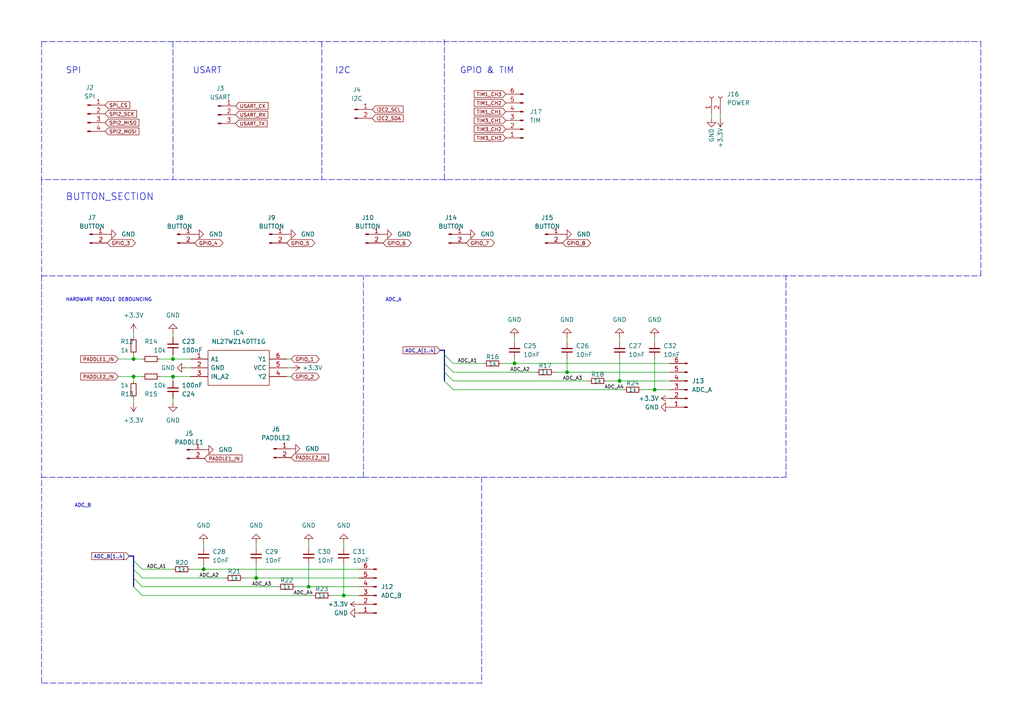
<source format=kicad_sch>
(kicad_sch (version 20211123) (generator eeschema)
  (paper "A4")
  (lib_symbols
    (symbol "Connector:Conn_01x02_Female" (pin_names (offset 1.016) hide)
      (property "Reference" "J" (at 0 2.54 0))
      (property "Value" "Conn_01x02_Female" (at 0 -5.08 0))
      (symbol "Conn_01x02_Female_1_1"
        (arc (start 0 -2.032) (mid -0.508 -2.54) (end 0 -3.048) (stroke (width 0.1524)))
        (polyline (pts (xy -1.27 -2.54) (xy -0.508 -2.54)) (stroke (width 0.1524)))
        (polyline (pts (xy -1.27 0) (xy -0.508 0)) (stroke (width 0.1524)))
        (arc (start 0 0.508) (mid -0.508 0) (end 0 -0.508) (stroke (width 0.1524)))
        (pin passive line (at -5.08 0 0) (length 3.81) (name "Pin_1") (number "1"))
        (pin passive line (at -5.08 -2.54 0) (length 3.81) (name "Pin_2") (number "2"))
      )
    )
    (symbol "Connector:Conn_01x02_Male" (pin_names (offset 1.016) hide)
      (property "Reference" "J" (at 0 2.54 0))
      (property "Value" "Conn_01x02_Male" (at 0 -5.08 0))
      (symbol "Conn_01x02_Male_1_1"
        (polyline (pts (xy 1.27 -2.54) (xy 0.8636 -2.54)) (stroke (width 0.1524)))
        (polyline (pts (xy 1.27 0) (xy 0.8636 0)) (stroke (width 0.1524)))
        (rectangle (start 0.8636 -2.413) (end 0 -2.667) (stroke (width 0.1524)) (fill (type outline)))
        (rectangle (start 0.8636 0.127) (end 0 -0.127) (stroke (width 0.1524)) (fill (type outline)))
        (pin passive line (at 5.08 0 180) (length 3.81) (name "Pin_1") (number "1"))
        (pin passive line (at 5.08 -2.54 180) (length 3.81) (name "Pin_2") (number "2"))
      )
    )
    (symbol "Connector:Conn_01x03_Male" (pin_names (offset 1.016) hide)
      (property "Reference" "J" (at 0 5.08 0))
      (property "Value" "Conn_01x03_Male" (at 0 -5.08 0))
      (symbol "Conn_01x03_Male_1_1"
        (polyline (pts (xy 1.27 -2.54) (xy 0.8636 -2.54)) (stroke (width 0.1524)))
        (polyline (pts (xy 1.27 0) (xy 0.8636 0)) (stroke (width 0.1524)))
        (polyline (pts (xy 1.27 2.54) (xy 0.8636 2.54)) (stroke (width 0.1524)))
        (rectangle (start 0.8636 -2.413) (end 0 -2.667) (stroke (width 0.1524)) (fill (type outline)))
        (rectangle (start 0.8636 0.127) (end 0 -0.127) (stroke (width 0.1524)) (fill (type outline)))
        (rectangle (start 0.8636 2.667) (end 0 2.413) (stroke (width 0.1524)) (fill (type outline)))
        (pin passive line (at 5.08 2.54 180) (length 3.81) (name "Pin_1") (number "1"))
        (pin passive line (at 5.08 0 180) (length 3.81) (name "Pin_2") (number "2"))
        (pin passive line (at 5.08 -2.54 180) (length 3.81) (name "Pin_3") (number "3"))
      )
    )
    (symbol "Connector:Conn_01x04_Male" (pin_names (offset 1.016) hide)
      (property "Reference" "J" (at 0 5.08 0))
      (property "Value" "Conn_01x04_Male" (at 0 -7.62 0))
      (symbol "Conn_01x04_Male_1_1"
        (polyline (pts (xy 1.27 -5.08) (xy 0.8636 -5.08)) (stroke (width 0.1524)))
        (polyline (pts (xy 1.27 -2.54) (xy 0.8636 -2.54)) (stroke (width 0.1524)))
        (polyline (pts (xy 1.27 0) (xy 0.8636 0)) (stroke (width 0.1524)))
        (polyline (pts (xy 1.27 2.54) (xy 0.8636 2.54)) (stroke (width 0.1524)))
        (rectangle (start 0.8636 -4.953) (end 0 -5.207) (stroke (width 0.1524)) (fill (type outline)))
        (rectangle (start 0.8636 -2.413) (end 0 -2.667) (stroke (width 0.1524)) (fill (type outline)))
        (rectangle (start 0.8636 0.127) (end 0 -0.127) (stroke (width 0.1524)) (fill (type outline)))
        (rectangle (start 0.8636 2.667) (end 0 2.413) (stroke (width 0.1524)) (fill (type outline)))
        (pin passive line (at 5.08 2.54 180) (length 3.81) (name "Pin_1") (number "1"))
        (pin passive line (at 5.08 0 180) (length 3.81) (name "Pin_2") (number "2"))
        (pin passive line (at 5.08 -2.54 180) (length 3.81) (name "Pin_3") (number "3"))
        (pin passive line (at 5.08 -5.08 180) (length 3.81) (name "Pin_4") (number "4"))
      )
    )
    (symbol "Connector:Conn_01x06_Male" (pin_names (offset 1.016) hide)
      (property "Reference" "J" (at 0 7.62 0))
      (property "Value" "Conn_01x06_Male" (at 0 -10.16 0))
      (symbol "Conn_01x06_Male_1_1"
        (polyline (pts (xy 1.27 -7.62) (xy 0.8636 -7.62)) (stroke (width 0.1524)))
        (polyline (pts (xy 1.27 -5.08) (xy 0.8636 -5.08)) (stroke (width 0.1524)))
        (polyline (pts (xy 1.27 -2.54) (xy 0.8636 -2.54)) (stroke (width 0.1524)))
        (polyline (pts (xy 1.27 0) (xy 0.8636 0)) (stroke (width 0.1524)))
        (polyline (pts (xy 1.27 2.54) (xy 0.8636 2.54)) (stroke (width 0.1524)))
        (polyline (pts (xy 1.27 5.08) (xy 0.8636 5.08)) (stroke (width 0.1524)))
        (rectangle (start 0.8636 -7.493) (end 0 -7.747) (stroke (width 0.1524)) (fill (type outline)))
        (rectangle (start 0.8636 -4.953) (end 0 -5.207) (stroke (width 0.1524)) (fill (type outline)))
        (rectangle (start 0.8636 -2.413) (end 0 -2.667) (stroke (width 0.1524)) (fill (type outline)))
        (rectangle (start 0.8636 0.127) (end 0 -0.127) (stroke (width 0.1524)) (fill (type outline)))
        (rectangle (start 0.8636 2.667) (end 0 2.413) (stroke (width 0.1524)) (fill (type outline)))
        (rectangle (start 0.8636 5.207) (end 0 4.953) (stroke (width 0.1524)) (fill (type outline)))
        (pin passive line (at 5.08 5.08 180) (length 3.81) (name "Pin_1") (number "1"))
        (pin passive line (at 5.08 2.54 180) (length 3.81) (name "Pin_2") (number "2"))
        (pin passive line (at 5.08 0 180) (length 3.81) (name "Pin_3") (number "3"))
        (pin passive line (at 5.08 -2.54 180) (length 3.81) (name "Pin_4") (number "4"))
        (pin passive line (at 5.08 -5.08 180) (length 3.81) (name "Pin_5") (number "5"))
        (pin passive line (at 5.08 -7.62 180) (length 3.81) (name "Pin_6") (number "6"))
      )
    )
    (symbol "Device:C_Small" (pin_numbers hide) (pin_names (offset 0.254) hide)
      (property "Reference" "C" (at 0.254 1.778 0))
      (property "Value" "C_Small" (at 0.254 -2.032 0))
      (symbol "C_Small_0_1"
        (polyline (pts (xy -1.524 -0.508) (xy 1.524 -0.508)) (stroke (width 0.3302)))
        (polyline (pts (xy -1.524 0.508) (xy 1.524 0.508)) (stroke (width 0.3048)))
      )
      (symbol "C_Small_1_1"
        (pin passive line (at 0 2.54 270) (length 2.032) (name "~") (number "1"))
        (pin passive line (at 0 -2.54 90) (length 2.032) (name "~") (number "2"))
      )
    )
    (symbol "Device:R_Small" (pin_numbers hide) (pin_names (offset 0.254) hide)
      (property "Reference" "R" (at 0.762 0.508 0))
      (property "Value" "R_Small" (at 0.762 -1.016 0))
      (symbol "R_Small_0_1"
        (rectangle (start -0.762 1.778) (end 0.762 -1.778) (stroke (width 0.2032)))
      )
      (symbol "R_Small_1_1"
        (pin passive line (at 0 2.54 270) (length 0.762) (name "~") (number "1"))
        (pin passive line (at 0 -2.54 90) (length 0.762) (name "~") (number "2"))
      )
    )
    (symbol "WHEEL_07_LIBRARY_LOADER:NL27WZ14DTT1G" (pin_names (offset 0.762))
      (property "Reference" "IC" (at 24.13 7.62 0))
      (property "Value" "NL27WZ14DTT1G" (at 24.13 5.08 0))
      (symbol "NL27WZ14DTT1G_0_0"
        (pin passive line (at 0 0 0) (length 5.08) (name "A1") (number "1"))
        (pin passive line (at 0 -2.54 0) (length 5.08) (name "GND") (number "2"))
        (pin passive line (at 0 -5.08 0) (length 5.08) (name "IN_A2") (number "3"))
        (pin passive line (at 27.94 -5.08 180) (length 5.08) (name "Y2") (number "4"))
        (pin passive line (at 27.94 -2.54 180) (length 5.08) (name "VCC") (number "5"))
        (pin passive line (at 27.94 0 180) (length 5.08) (name "Y1") (number "6"))
      )
      (symbol "NL27WZ14DTT1G_0_1"
        (polyline (pts (xy 5.08 2.54) (xy 22.86 2.54) (xy 22.86 -7.62) (xy 5.08 -7.62) (xy 5.08 2.54)) (stroke (width 0.1524)))
      )
    )
    (symbol "power:+3.3V" (power) (pin_names (offset 0))
      (property "Value" "+3.3V" (at 0 3.556 0))
      (symbol "+3.3V_0_1"
        (polyline (pts (xy -0.762 1.27) (xy 0 2.54)))
        (polyline (pts (xy 0 0) (xy 0 2.54)))
        (polyline (pts (xy 0 2.54) (xy 0.762 1.27)))
      )
      (symbol "+3.3V_1_1"
        (pin power_in line (at 0 0 90) (length 0) hide (name "+3.3V") (number "1"))
      )
    )
    (symbol "power:GND" (power) (pin_names (offset 0))
      (property "Value" "GND" (at 0 -3.81 0))
      (symbol "GND_0_1"
        (polyline (pts (xy 0 0) (xy 0 -1.27) (xy 1.27 -1.27) (xy 0 -2.54) (xy -1.27 -1.27) (xy 0 -1.27)))
      )
      (symbol "GND_1_1"
        (pin power_in line (at 0 0 270) (length 0) hide (name "GND") (number "1"))
      )
    )
  )
  (junction (at 179.705 110.49))
  (junction (at 50.165 109.22))
  (junction (at 74.295 167.64))
  (junction (at 89.535 170.18))
  (junction (at 189.865 113.03))
  (junction (at 50.165 104.14))
  (junction (at 149.225 105.41))
  (junction (at 164.465 107.95))
  (junction (at 59.055 165.1))
  (junction (at 99.695 172.72))
  (junction (at 38.735 104.14))
  (junction (at 38.735 109.22))
  (bus_entry (at 38.735 165.1) (size 2.54 2.54))
  (bus_entry (at 128.905 110.49) (size 2.54 2.54))
  (bus_entry (at 128.905 105.41) (size 2.54 2.54))
  (bus_entry (at 38.735 167.64) (size 2.54 2.54))
  (bus_entry (at 38.735 170.18) (size 2.54 2.54))
  (bus_entry (at 128.905 107.95) (size 2.54 2.54))
  (bus_entry (at 128.905 102.87) (size 2.54 2.54))
  (bus_entry (at 38.735 162.56) (size 2.54 2.54))
  (polyline (pts (xy 139.7 198.12) (xy 12.065 198.12)))
  (bus (pts (xy 38.735 167.64) (xy 38.735 170.18)))
  (wire (pts (xy 131.445 107.95) (xy 155.575 107.95)))
  (wire (pts (xy 50.165 104.14) (xy 50.165 102.87)))
  (wire (pts (xy 175.895 110.49) (xy 179.705 110.49)))
  (wire (pts (xy 59.055 157.48) (xy 59.055 158.75)))
  (wire (pts (xy 89.535 163.83) (xy 89.535 170.18)))
  (polyline (pts (xy 93.345 12.065) (xy 93.345 52.07)))
  (wire (pts (xy 131.445 113.03) (xy 180.975 113.03)))
  (wire (pts (xy 38.735 110.49) (xy 38.735 109.22)))
  (wire (pts (xy 179.705 104.14) (xy 179.705 110.49)))
  (wire (pts (xy 46.355 109.22) (xy 50.165 109.22)))
  (wire (pts (xy 50.165 96.52) (xy 50.165 97.79)))
  (wire (pts (xy 50.165 116.84) (xy 50.165 115.57)))
  (wire (pts (xy 99.695 157.48) (xy 99.695 158.75)))
  (wire (pts (xy 89.535 170.18) (xy 104.14 170.18)))
  (bus (pts (xy 38.735 161.29) (xy 38.735 162.56)))
  (wire (pts (xy 85.725 170.18) (xy 89.535 170.18)))
  (bus (pts (xy 38.735 165.1) (xy 38.735 167.64)))
  (wire (pts (xy 206.375 33.02) (xy 206.375 34.29)))
  (wire (pts (xy 131.445 105.41) (xy 140.335 105.41)))
  (bus (pts (xy 38.735 162.56) (xy 38.735 165.1)))
  (polyline (pts (xy 139.7 138.43) (xy 139.7 198.12)))
  (polyline (pts (xy 50.165 12.065) (xy 50.165 52.07)))
  (wire (pts (xy 145.415 105.41) (xy 149.225 105.41)))
  (wire (pts (xy 55.245 165.1) (xy 59.055 165.1)))
  (wire (pts (xy 189.865 97.79) (xy 189.865 99.06)))
  (wire (pts (xy 160.655 107.95) (xy 164.465 107.95)))
  (wire (pts (xy 41.275 167.64) (xy 65.405 167.64)))
  (wire (pts (xy 55.245 109.22) (xy 50.165 109.22)))
  (wire (pts (xy 179.705 110.49) (xy 194.31 110.49)))
  (wire (pts (xy 189.865 104.14) (xy 189.865 113.03)))
  (wire (pts (xy 38.735 96.52) (xy 38.735 97.79)))
  (wire (pts (xy 164.465 97.79) (xy 164.465 99.06)))
  (wire (pts (xy 70.485 167.64) (xy 74.295 167.64)))
  (wire (pts (xy 83.185 106.68) (xy 84.455 106.68)))
  (wire (pts (xy 59.055 165.1) (xy 59.055 163.83)))
  (wire (pts (xy 38.735 102.87) (xy 38.735 104.14)))
  (wire (pts (xy 164.465 104.14) (xy 164.465 107.95)))
  (bus (pts (xy 127.635 101.6) (xy 128.905 101.6)))
  (wire (pts (xy 186.055 113.03) (xy 189.865 113.03)))
  (wire (pts (xy 149.225 105.41) (xy 194.31 105.41)))
  (wire (pts (xy 83.185 104.14) (xy 84.455 104.14)))
  (wire (pts (xy 89.535 157.48) (xy 89.535 158.75)))
  (wire (pts (xy 99.695 163.83) (xy 99.695 172.72)))
  (wire (pts (xy 55.245 104.14) (xy 50.165 104.14)))
  (wire (pts (xy 50.165 109.22) (xy 50.165 110.49)))
  (wire (pts (xy 74.295 167.64) (xy 104.14 167.64)))
  (polyline (pts (xy 105.41 138.43) (xy 105.41 80.01)))
  (wire (pts (xy 74.295 157.48) (xy 74.295 158.75)))
  (polyline (pts (xy 12.065 12.065) (xy 284.48 12.065)))
  (bus (pts (xy 128.905 105.41) (xy 128.905 107.95)))
  (polyline (pts (xy 128.905 52.07) (xy 129.286 52.324)))
  (wire (pts (xy 95.885 172.72) (xy 99.695 172.72)))
  (polyline (pts (xy 128.905 11.43) (xy 128.905 52.07)))
  (bus (pts (xy 128.905 107.95) (xy 128.905 110.49)))
  (wire (pts (xy 208.915 33.02) (xy 208.915 34.29)))
  (wire (pts (xy 179.705 97.79) (xy 179.705 99.06)))
  (wire (pts (xy 99.695 172.72) (xy 104.14 172.72)))
  (wire (pts (xy 189.865 113.03) (xy 194.31 113.03)))
  (wire (pts (xy 38.735 116.84) (xy 38.735 115.57)))
  (polyline (pts (xy 284.48 80.01) (xy 284.48 52.07)))
  (wire (pts (xy 41.275 165.1) (xy 50.165 165.1)))
  (wire (pts (xy 131.445 110.49) (xy 170.815 110.49)))
  (polyline (pts (xy 12.065 52.07) (xy 12.065 80.01)))
  (polyline (pts (xy 284.48 12.065) (xy 284.48 52.07)))
  (wire (pts (xy 41.275 170.18) (xy 80.645 170.18)))
  (polyline (pts (xy 12.065 80.01) (xy 12.065 138.43)))
  (polyline (pts (xy 12.065 12.065) (xy 12.065 52.07)))
  (bus (pts (xy 128.905 102.87) (xy 128.905 105.41)))
  (polyline (pts (xy 284.48 52.07) (xy 12.065 52.07)))
  (wire (pts (xy 74.295 163.83) (xy 74.295 167.64)))
  (wire (pts (xy 83.185 109.22) (xy 84.455 109.22)))
  (wire (pts (xy 164.465 107.95) (xy 194.31 107.95)))
  (wire (pts (xy 38.735 104.14) (xy 41.275 104.14)))
  (bus (pts (xy 37.465 161.29) (xy 38.735 161.29)))
  (wire (pts (xy 53.975 106.68) (xy 55.245 106.68)))
  (wire (pts (xy 34.29 104.14) (xy 38.735 104.14)))
  (polyline (pts (xy 12.065 198.12) (xy 12.065 138.43)))
  (polyline (pts (xy 227.965 138.43) (xy 227.965 80.01)))
  (wire (pts (xy 149.225 105.41) (xy 149.225 104.14)))
  (wire (pts (xy 59.055 165.1) (xy 104.14 165.1)))
  (bus (pts (xy 128.905 101.6) (xy 128.905 102.87)))
  (wire (pts (xy 46.355 104.14) (xy 50.165 104.14)))
  (polyline (pts (xy 12.065 138.43) (xy 105.41 138.43)))
  (polyline (pts (xy 105.41 138.43) (xy 227.965 138.43)))
  (wire (pts (xy 38.735 109.22) (xy 41.275 109.22)))
  (wire (pts (xy 41.275 172.72) (xy 90.805 172.72)))
  (wire (pts (xy 149.225 97.79) (xy 149.225 99.06)))
  (wire (pts (xy 34.29 109.22) (xy 38.735 109.22)))
  (polyline (pts (xy 12.065 80.01) (xy 284.48 80.01)))
  (text "BUTTON_SECTION" (at 19.05 58.42 0) (effects (font (size 2.016 2.016)) (justify left bottom)))
  (text "ADC_A" (at 111.76 87.63 0) (effects (font (size 1.016 1.016)) (justify left bottom)))
  (text "HARDWARE PADDLE DEBOUNCING" (at 19.05 87.63 0) (effects (font (size 1.016 1.016)) (justify left bottom)))
  (text "ADC_B" (at 21.59 147.32 0) (effects (font (size 1.016 1.016)) (justify left bottom)))
  (text "GPIO & TIM" (at 133.35 21.59 0) (effects (font (size 1.8 1.8)) (justify left bottom)))
  (text "I2C" (at 97.155 21.59 0) (effects (font (size 1.8 1.8)) (justify left bottom)))
  (text "SPI" (at 19.05 21.59 0) (effects (font (size 1.8 1.8)) (justify left bottom)))
  (text "USART" (at 55.88 21.59 0) (effects (font (size 1.8 1.8)) (justify left bottom)))
  (label "ADC_A4" (at 85.09 172.72 0) (effects (font (size 1.016 1.016))))
  (label "ADC_A3" (at 163.195 110.49 0) (effects (font (size 1.016 1.016))))
  (label "ADC_A3" (at 73.025 170.18 0) (effects (font (size 1.016 1.016))))
  (label "ADC_A4" (at 175.26 113.03 0) (effects (font (size 1.016 1.016))))
  (label "ADC_A1" (at 42.545 165.1 0) (effects (font (size 1.016 1.016))))
  (label "ADC_A2" (at 57.785 167.64 0) (effects (font (size 1.016 1.016))))
  (label "ADC_A2" (at 147.955 107.95 0) (effects (font (size 1.016 1.016))))
  (label "ADC_A1" (at 132.715 105.41 0) (effects (font (size 1.016 1.016))))
  (global_label "GPIO_5" (shape bidirectional) (at 83.185 70.485 0) (effects (font (size 1.016 1.016))) (property "Intersheet References" "${INTERSHEET_REFS}" (effects hide)))
  (global_label "SPI2_MISO" (shape input) (at 30.48 35.56 0) (effects (font (size 1.016 1.016))) (property "Intersheet References" "${INTERSHEET_REFS}" (effects hide)))
  (global_label "GPIO_7" (shape bidirectional) (at 135.255 70.485 0) (effects (font (size 1.016 1.016))) (property "Intersheet References" "${INTERSHEET_REFS}" (effects hide)))
  (global_label "TIM1_CH1" (shape input) (at 146.685 32.385 180) (effects (font (size 1.016 1.016))) (property "Intersheet References" "${INTERSHEET_REFS}" (effects hide)))
  (global_label "USART_RX" (shape input) (at 68.326 33.274 0) (effects (font (size 1.016 1.016))) (property "Intersheet References" "${INTERSHEET_REFS}" (effects hide)))
  (global_label "SPI2_SCK" (shape input) (at 30.48 33.02 0) (effects (font (size 1.016 1.016))) (property "Intersheet References" "${INTERSHEET_REFS}" (effects hide)))
  (global_label "USART_TX" (shape input) (at 68.326 35.814 0) (effects (font (size 1.016 1.016))) (property "Intersheet References" "${INTERSHEET_REFS}" (effects hide)))
  (global_label "SPI_CS" (shape input) (at 30.48 30.48 0) (effects (font (size 1.016 1.016))) (property "Intersheet References" "${INTERSHEET_REFS}" (effects hide)))
  (global_label "TIM1_CH2" (shape input) (at 146.685 29.845 180) (effects (font (size 1.016 1.016))) (property "Intersheet References" "${INTERSHEET_REFS}" (effects hide)))
  (global_label "TIM3_CH1" (shape input) (at 146.685 34.925 180) (effects (font (size 1.016 1.016))) (property "Intersheet References" "${INTERSHEET_REFS}" (effects hide)))
  (global_label "TIM1_CH3" (shape input) (at 146.685 27.305 180) (effects (font (size 1.016 1.016))) (property "Intersheet References" "${INTERSHEET_REFS}" (effects hide)))
  (global_label "SPI2_MOSI" (shape input) (at 30.48 38.1 0) (effects (font (size 1.016 1.016))) (property "Intersheet References" "${INTERSHEET_REFS}" (effects hide)))
  (global_label "ADC_B[1..4]" (shape input) (at 37.465 161.29 180) (effects (font (size 1.016 1.016))) (property "Intersheet References" "${INTERSHEET_REFS}" (effects hide)))
  (global_label "TIM3_CH2" (shape input) (at 146.685 37.465 180) (effects (font (size 1.016 1.016))) (property "Intersheet References" "${INTERSHEET_REFS}" (effects hide)))
  (global_label "GPIO_1" (shape bidirectional) (at 84.455 104.14 0) (effects (font (size 1.016 1.016))) (property "Intersheet References" "${INTERSHEET_REFS}" (effects hide)))
  (global_label "GPIO_8" (shape bidirectional) (at 163.195 70.485 0) (effects (font (size 1.016 1.016))) (property "Intersheet References" "${INTERSHEET_REFS}" (effects hide)))
  (global_label "PADDLE2_IN" (shape input) (at 84.455 132.715 0) (effects (font (size 1.016 1.016))) (property "Intersheet References" "${INTERSHEET_REFS}" (effects hide)))
  (global_label "TIM3_CH3" (shape input) (at 146.685 40.005 180) (effects (font (size 1.016 1.016))) (property "Intersheet References" "${INTERSHEET_REFS}" (effects hide)))
  (global_label "GPIO_2" (shape bidirectional) (at 84.455 109.22 0) (effects (font (size 1.016 1.016))) (property "Intersheet References" "${INTERSHEET_REFS}" (effects hide)))
  (global_label "ADC_A[1..4]" (shape input) (at 127.635 101.6 180) (effects (font (size 1.016 1.016))) (property "Intersheet References" "${INTERSHEET_REFS}" (effects hide)))
  (global_label "PADDLE2_IN" (shape input) (at 34.29 109.22 180) (effects (font (size 1.016 1.016))) (property "Intersheet References" "${INTERSHEET_REFS}" (effects hide)))
  (global_label "PADDLE1_IN" (shape input) (at 59.309 132.969 0) (effects (font (size 1.016 1.016))) (property "Intersheet References" "${INTERSHEET_REFS}" (effects hide)))
  (global_label "I2C2_SDA" (shape input) (at 107.95 34.29 0) (effects (font (size 1.016 1.016))) (property "Intersheet References" "${INTERSHEET_REFS}" (effects hide)))
  (global_label "GPIO_3" (shape bidirectional) (at 31.115 70.485 0) (effects (font (size 1.016 1.016))) (property "Intersheet References" "${INTERSHEET_REFS}" (effects hide)))
  (global_label "I2C2_SCL" (shape input) (at 107.95 31.75 0) (effects (font (size 1.016 1.016))) (property "Intersheet References" "${INTERSHEET_REFS}" (effects hide)))
  (global_label "PADDLE1_IN" (shape input) (at 34.29 104.14 180) (effects (font (size 1.016 1.016))) (property "Intersheet References" "${INTERSHEET_REFS}" (effects hide)))
  (global_label "GPIO_6" (shape bidirectional) (at 111.125 70.485 0) (effects (font (size 1.016 1.016))) (property "Intersheet References" "${INTERSHEET_REFS}" (effects hide)))
  (global_label "USART_CK" (shape input) (at 68.326 30.734 0) (effects (font (size 1.016 1.016))) (property "Intersheet References" "${INTERSHEET_REFS}" (effects hide)))
  (global_label "GPIO_4" (shape bidirectional) (at 56.515 70.485 0) (effects (font (size 1.016 1.016))) (property "Intersheet References" "${INTERSHEET_REFS}" (effects hide)))
  (symbol (lib_id "Device:R_Small") (at 183.515 113.03 90) (unit 1)
    (property "Reference" "R24" (at 183.515 111.125 90))
    (property "Value" "1k" (at 183.515 113.03 90))
    (property "Footprint" "Resistor_SMD:R_0402_1005Metric" (effects hide))
  )
  (symbol (lib_id "power:GND") (at 111.125 67.945 90) (unit 1)
    (property "Reference" "#PWR0149" (effects hide))
    (property "Value" "GND" (at 115.189 67.9449 90) (effects (justify right)))
  )
  (symbol (lib_id "Connector:Conn_01x06_Male") (at 109.22 172.72 180) (unit 1)
    (property "Reference" "J12" (at 110.49 170.1799 0) (effects (justify right)))
    (property "Value" "ADC_B" (at 110.49 172.7199 0) (effects (justify right)))
    (property "Footprint" "Connector_Molex:Molex_PicoBlade_53047-0610_1x06_P1.25mm_Vertical" (effects hide))
  )
  (symbol (lib_id "power:+3.3V") (at 104.14 175.26 90) (unit 1)
    (property "Reference" "#PWR0173" (effects hide))
    (property "Value" "+3.3V" (at 100.965 175.2599 90) (effects (justify left)))
  )
  (symbol (lib_id "Device:R_Small") (at 52.705 165.1 90) (unit 1)
    (property "Reference" "R20" (at 52.705 163.195 90))
    (property "Value" "1k" (at 52.705 165.1 90))
    (property "Footprint" "Resistor_SMD:R_0402_1005Metric" (effects hide))
  )
  (symbol (lib_id "power:GND") (at 59.055 157.48 180) (unit 1)
    (property "Reference" "#PWR0172" (effects hide))
    (property "Value" "GND" (at 59.055 152.4 0))
  )
  (symbol (lib_id "Connector:Conn_01x06_Male") (at 151.765 34.925 180) (unit 1)
    (property "Reference" "J17" (at 153.67 32.3849 0) (effects (justify right)))
    (property "Value" "TIM" (at 153.67 34.9249 0) (effects (justify right)))
    (property "Footprint" "Connector_Molex:Molex_PicoBlade_53047-0610_1x06_P1.25mm_Vertical" (effects hide))
  )
  (symbol (lib_id "Device:R_Small") (at 43.815 104.14 90) (unit 1)
    (property "Reference" "R14" (at 43.815 99.06 90))
    (property "Value" "10k" (at 46.355 101.6 90))
    (property "Footprint" "Resistor_SMD:R_0402_1005Metric" (effects hide))
  )
  (symbol (lib_id "Device:C_Small") (at 59.055 161.29 180) (unit 1)
    (property "Reference" "C28" (at 61.595 160.0135 0) (effects (justify right)))
    (property "Value" "10nF" (at 61.595 162.5535 0) (effects (justify right)))
    (property "Footprint" "Capacitor_SMD:C_0402_1005Metric" (effects hide))
  )
  (symbol (lib_id "power:GND") (at 50.165 116.84 0) (mirror y) (unit 1)
    (property "Reference" "#PWR0160" (effects hide))
    (property "Value" "GND" (at 50.165 121.92 0))
  )
  (symbol (lib_id "power:GND") (at 206.375 34.29 0) (unit 1)
    (property "Reference" "#PWR0179" (effects hide))
    (property "Value" "GND" (at 206.375 41.275 90) (effects (justify left)))
  )
  (symbol (lib_id "power:GND") (at 104.14 177.8 270) (unit 1)
    (property "Reference" "#PWR0174" (effects hide))
    (property "Value" "GND" (at 100.965 177.7999 90) (effects (justify right)))
  )
  (symbol (lib_id "Device:C_Small") (at 89.535 161.29 180) (unit 1)
    (property "Reference" "C30" (at 92.075 160.0135 0) (effects (justify right)))
    (property "Value" "10nF" (at 92.075 162.5535 0) (effects (justify right)))
    (property "Footprint" "Capacitor_SMD:C_0402_1005Metric" (effects hide))
  )
  (symbol (lib_id "power:GND") (at 56.515 67.945 90) (unit 1)
    (property "Reference" "#PWR0145" (effects hide))
    (property "Value" "GND" (at 60.579 67.9449 90) (effects (justify right)))
  )
  (symbol (lib_id "power:GND") (at 31.115 67.945 90) (unit 1)
    (property "Reference" "#PWR0150" (effects hide))
    (property "Value" "GND" (at 35.179 67.9449 90) (effects (justify right)))
  )
  (symbol (lib_id "power:GND") (at 149.225 97.79 180) (unit 1)
    (property "Reference" "#PWR0164" (effects hide))
    (property "Value" "GND" (at 149.225 92.71 0))
  )
  (symbol (lib_id "power:+3.3V") (at 84.455 106.68 270) (unit 1)
    (property "Reference" "#PWR0161" (effects hide))
    (property "Value" "+3.3V" (at 87.63 106.6799 90) (effects (justify left)))
  )
  (symbol (lib_id "Connector:Conn_01x02_Male") (at 130.175 67.945 0) (unit 1)
    (property "Reference" "J14" (at 130.81 63.119 0))
    (property "Value" "BUTTON" (at 130.81 65.659 0))
    (property "Footprint" "Connector_Molex:Molex_PicoBlade_53047-0210_1x02_P1.25mm_Vertical" (effects hide))
  )
  (symbol (lib_id "power:GND") (at 74.295 157.48 180) (unit 1)
    (property "Reference" "#PWR0169" (effects hide))
    (property "Value" "GND" (at 74.295 152.4 0))
  )
  (symbol (lib_id "Device:R_Small") (at 142.875 105.41 90) (unit 1)
    (property "Reference" "R16" (at 142.875 103.505 90))
    (property "Value" "1k" (at 142.875 105.41 90))
    (property "Footprint" "Resistor_SMD:R_0402_1005Metric" (effects hide))
  )
  (symbol (lib_id "power:GND") (at 50.165 96.52 180) (unit 1)
    (property "Reference" "#PWR0159" (effects hide))
    (property "Value" "GND" (at 50.165 91.44 0))
  )
  (symbol (lib_id "Connector:Conn_01x02_Male") (at 54.229 130.429 0) (unit 1)
    (property "Reference" "J5" (at 54.864 125.73 0))
    (property "Value" "PADDLE1" (at 54.864 128.27 0))
    (property "Footprint" "Connector_Molex:Molex_PicoBlade_53047-0210_1x02_P1.25mm_Vertical" (effects hide))
  )
  (symbol (lib_id "power:GND") (at 53.975 106.68 270) (unit 1)
    (property "Reference" "#PWR0158" (effects hide))
    (property "Value" "GND" (at 50.8 106.6799 90) (effects (justify right)))
  )
  (symbol (lib_id "Device:R_Small") (at 38.735 113.03 0) (mirror y) (unit 1)
    (property "Reference" "R13" (at 34.925 114.3 0) (effects (justify right)))
    (property "Value" "1k" (at 34.925 111.76 0) (effects (justify right)))
    (property "Footprint" "Resistor_SMD:R_0402_1005Metric" (effects hide))
  )
  (symbol (lib_id "power:+3.3V") (at 194.31 115.57 90) (unit 1)
    (property "Reference" "#PWR0162" (effects hide))
    (property "Value" "+3.3V" (at 191.135 115.5699 90) (effects (justify left)))
  )
  (symbol (lib_id "Connector:Conn_01x02_Female") (at 206.375 27.94 90) (unit 1)
    (property "Reference" "J16" (at 210.82 27.3049 90) (effects (justify right)))
    (property "Value" "POWER" (at 210.82 29.8449 90) (effects (justify right)))
    (property "Footprint" "Connector_PinHeader_2.54mm:PinHeader_1x02_P2.54mm_Vertical" (effects hide))
  )
  (symbol (lib_id "Connector:Conn_01x04_Male") (at 25.4 33.02 0) (unit 1)
    (property "Reference" "J2" (at 26.035 25.4 0))
    (property "Value" "SPI" (at 26.035 27.94 0))
    (property "Footprint" "Connector_Molex:Molex_PicoBlade_53047-0310_1x03_P1.25mm_Vertical" (effects hide))
  )
  (symbol (lib_id "WHEEL_07_LIBRARY_LOADER:NL27WZ14DTT1G") (at 55.245 104.14 0) (unit 1)
    (property "Reference" "IC4" (at 69.215 96.52 0))
    (property "Value" "NL27WZ14DTT1G" (at 69.215 99.06 0))
    (property "Footprint" "WHEEL_07_LIBRARY_LOADER:SOT95P275X110-6N" (effects hide))
    (property "Datasheet" "http://www.onsemi.com/pub/Collateral/NL27WZ14-D.PDF" (effects hide))
    (property "Description" "Dual Schmitt Trigger Inverter" (effects hide))
    (property "Height" "1.1" (effects hide))
    (property "Manufacturer_Name" "onsemi" (effects hide))
    (property "Manufacturer_Part_Number" "NL27WZ14DTT1G" (effects hide))
    (property "Mouser Part Number" "863-NL27WZ14DTT1G" (effects hide))
    (property "Mouser Price/Stock" "https://www.mouser.co.uk/ProductDetail/onsemi/NL27WZ14DTT1G?qs=8sOby8ZxZLH4arG7m%2FPhYg%3D%3D" (effects hide))
    (property "Arrow Part Number" "NL27WZ14DTT1G" (effects hide))
    (property "Arrow Price/Stock" "https://www.arrow.com/en/products/nl27wz14dtt1g/on-semiconductor?region=nac" (effects hide))
  )
  (symbol (lib_id "power:+3.3V") (at 38.735 96.52 0) (unit 1)
    (property "Reference" "#PWR0156" (effects hide))
    (property "Value" "+3.3V" (at 38.735 91.44 0))
  )
  (symbol (lib_id "Connector:Conn_01x02_Male") (at 158.115 67.945 0) (unit 1)
    (property "Reference" "J15" (at 158.75 63.119 0))
    (property "Value" "BUTTON" (at 158.75 65.659 0))
    (property "Footprint" "Connector_Molex:Molex_PicoBlade_53047-0210_1x02_P1.25mm_Vertical" (effects hide))
  )
  (symbol (lib_id "power:GND") (at 163.195 67.945 90) (unit 1)
    (property "Reference" "#PWR0176" (effects hide))
    (property "Value" "GND" (at 167.259 67.9449 90) (effects (justify right)))
  )
  (symbol (lib_id "Device:C_Small") (at 50.165 113.03 0) (mirror y) (unit 1)
    (property "Reference" "C24" (at 52.705 114.3065 0) (effects (justify right)))
    (property "Value" "100nF" (at 52.705 111.7665 0) (effects (justify right)))
    (property "Footprint" "Capacitor_SMD:C_0402_1005Metric" (effects hide))
  )
  (symbol (lib_id "Device:R_Small") (at 38.735 100.33 180) (unit 1)
    (property "Reference" "R12" (at 34.925 99.06 0) (effects (justify right)))
    (property "Value" "1k" (at 34.925 101.6 0) (effects (justify right)))
    (property "Footprint" "Resistor_SMD:R_0402_1005Metric" (effects hide))
  )
  (symbol (lib_id "Connector:Conn_01x02_Male") (at 26.035 67.945 0) (unit 1)
    (property "Reference" "J7" (at 26.67 63.119 0))
    (property "Value" "BUTTON" (at 26.67 65.659 0))
    (property "Footprint" "Connector_Molex:Molex_PicoBlade_53047-0210_1x02_P1.25mm_Vertical" (effects hide))
  )
  (symbol (lib_id "power:GND") (at 89.535 157.48 180) (unit 1)
    (property "Reference" "#PWR0170" (effects hide))
    (property "Value" "GND" (at 89.535 152.4 0))
  )
  (symbol (lib_id "Device:C_Small") (at 179.705 101.6 180) (unit 1)
    (property "Reference" "C27" (at 182.245 100.3235 0) (effects (justify right)))
    (property "Value" "10nF" (at 182.245 102.8635 0) (effects (justify right)))
    (property "Footprint" "Capacitor_SMD:C_0402_1005Metric" (effects hide))
  )
  (symbol (lib_id "Device:C_Small") (at 149.225 101.6 180) (unit 1)
    (property "Reference" "C25" (at 151.765 100.3235 0) (effects (justify right)))
    (property "Value" "10nF" (at 151.765 102.8635 0) (effects (justify right)))
    (property "Footprint" "Capacitor_SMD:C_0402_1005Metric" (effects hide))
  )
  (symbol (lib_id "Device:C_Small") (at 50.165 100.33 180) (unit 1)
    (property "Reference" "C23" (at 52.705 99.0535 0) (effects (justify right)))
    (property "Value" "100nF" (at 52.705 101.5935 0) (effects (justify right)))
    (property "Footprint" "Capacitor_SMD:C_0402_1005Metric" (effects hide))
  )
  (symbol (lib_id "Connector:Conn_01x06_Male") (at 199.39 113.03 180) (unit 1)
    (property "Reference" "J13" (at 200.66 110.4899 0) (effects (justify right)))
    (property "Value" "ADC_A" (at 200.66 113.0299 0) (effects (justify right)))
    (property "Footprint" "Connector_Molex:Molex_PicoBlade_53047-0610_1x06_P1.25mm_Vertical" (effects hide))
  )
  (symbol (lib_id "Device:R_Small") (at 173.355 110.49 90) (unit 1)
    (property "Reference" "R18" (at 173.355 108.585 90))
    (property "Value" "1k" (at 173.355 110.49 90))
    (property "Footprint" "Resistor_SMD:R_0402_1005Metric" (effects hide))
  )
  (symbol (lib_id "Device:R_Small") (at 43.815 109.22 90) (mirror x) (unit 1)
    (property "Reference" "R15" (at 43.815 114.3 90))
    (property "Value" "10k" (at 46.355 111.76 90))
    (property "Footprint" "Resistor_SMD:R_0402_1005Metric" (effects hide))
  )
  (symbol (lib_id "power:GND") (at 179.705 97.79 180) (unit 1)
    (property "Reference" "#PWR0166" (effects hide))
    (property "Value" "GND" (at 179.705 92.71 0))
  )
  (symbol (lib_id "Device:R_Small") (at 83.185 170.18 90) (unit 1)
    (property "Reference" "R22" (at 83.185 168.275 90))
    (property "Value" "1k" (at 83.185 170.18 90))
    (property "Footprint" "Resistor_SMD:R_0402_1005Metric" (effects hide))
  )
  (symbol (lib_id "power:+3.3V") (at 38.735 116.84 0) (mirror x) (unit 1)
    (property "Reference" "#PWR0157" (effects hide))
    (property "Value" "+3.3V" (at 38.735 121.92 0))
  )
  (symbol (lib_id "Device:R_Small") (at 93.345 172.72 90) (unit 1)
    (property "Reference" "R23" (at 93.345 170.815 90))
    (property "Value" "1k" (at 93.345 172.72 90))
    (property "Footprint" "Resistor_SMD:R_0402_1005Metric" (effects hide))
  )
  (symbol (lib_id "power:GND") (at 99.695 157.48 180) (unit 1)
    (property "Reference" "#PWR0171" (effects hide))
    (property "Value" "GND" (at 99.695 152.4 0))
  )
  (symbol (lib_id "Connector:Conn_01x02_Male") (at 51.435 67.945 0) (unit 1)
    (property "Reference" "J8" (at 52.07 63.119 0))
    (property "Value" "BUTTON" (at 52.07 65.659 0))
    (property "Footprint" "Connector_Molex:Molex_PicoBlade_53047-0210_1x02_P1.25mm_Vertical" (effects hide))
  )
  (symbol (lib_id "power:+3.3V") (at 208.915 34.29 180) (unit 1)
    (property "Reference" "#PWR0178" (effects hide))
    (property "Value" "+3.3V" (at 208.915 40.005 90))
  )
  (symbol (lib_id "Connector:Conn_01x02_Male") (at 102.87 31.75 0) (unit 1)
    (property "Reference" "J4" (at 103.505 26.035 0))
    (property "Value" "I2C" (at 103.505 28.575 0))
    (property "Footprint" "Connector_Molex:Molex_PicoBlade_53047-0210_1x02_P1.25mm_Vertical" (effects hide))
  )
  (symbol (lib_id "Device:C_Small") (at 99.695 161.29 180) (unit 1)
    (property "Reference" "C31" (at 102.235 160.0135 0) (effects (justify right)))
    (property "Value" "10nF" (at 102.235 162.5535 0) (effects (justify right)))
    (property "Footprint" "Capacitor_SMD:C_0402_1005Metric" (effects hide))
  )
  (symbol (lib_id "Device:R_Small") (at 158.115 107.95 90) (unit 1)
    (property "Reference" "R17" (at 158.115 106.045 90))
    (property "Value" "1k" (at 158.115 107.95 90))
    (property "Footprint" "Resistor_SMD:R_0402_1005Metric" (effects hide))
  )
  (symbol (lib_id "Device:C_Small") (at 189.865 101.6 180) (unit 1)
    (property "Reference" "C32" (at 192.405 100.3235 0) (effects (justify right)))
    (property "Value" "10nF" (at 192.405 102.8635 0) (effects (justify right)))
    (property "Footprint" "Capacitor_SMD:C_0402_1005Metric" (effects hide))
  )
  (symbol (lib_id "power:GND") (at 135.255 67.945 90) (unit 1)
    (property "Reference" "#PWR0177" (effects hide))
    (property "Value" "GND" (at 139.319 67.9449 90) (effects (justify right)))
  )
  (symbol (lib_id "power:GND") (at 189.865 97.79 180) (unit 1)
    (property "Reference" "#PWR0175" (effects hide))
    (property "Value" "GND" (at 189.865 92.71 0))
  )
  (symbol (lib_id "Connector:Conn_01x02_Male") (at 79.375 130.175 0) (unit 1)
    (property "Reference" "J6" (at 80.01 124.46 0))
    (property "Value" "PADDLE2" (at 80.01 127 0))
    (property "Footprint" "Connector_Molex:Molex_PicoBlade_53047-0210_1x02_P1.25mm_Vertical" (effects hide))
  )
  (symbol (lib_id "Device:C_Small") (at 74.295 161.29 180) (unit 1)
    (property "Reference" "C29" (at 76.835 160.0135 0) (effects (justify right)))
    (property "Value" "10nF" (at 76.835 162.5535 0) (effects (justify right)))
    (property "Footprint" "Capacitor_SMD:C_0402_1005Metric" (effects hide))
  )
  (symbol (lib_id "Device:R_Small") (at 67.945 167.64 90) (unit 1)
    (property "Reference" "R21" (at 67.945 165.735 90))
    (property "Value" "1k" (at 67.945 167.64 90))
    (property "Footprint" "Resistor_SMD:R_0402_1005Metric" (effects hide))
  )
  (symbol (lib_id "Connector:Conn_01x03_Male") (at 63.246 33.274 0) (unit 1)
    (property "Reference" "J3" (at 63.881 25.654 0))
    (property "Value" "USART" (at 63.881 28.194 0))
    (property "Footprint" "Connector_Molex:Molex_PicoBlade_53047-0310_1x03_P1.25mm_Vertical" (effects hide))
  )
  (symbol (lib_id "power:GND") (at 59.309 130.429 90) (unit 1)
    (property "Reference" "#PWR0147" (effects hide))
    (property "Value" "GND" (at 63.373 130.4289 90) (effects (justify right)))
  )
  (symbol (lib_id "Connector:Conn_01x02_Male") (at 106.045 67.945 0) (unit 1)
    (property "Reference" "J10" (at 106.68 63.119 0))
    (property "Value" "BUTTON" (at 106.68 65.659 0))
    (property "Footprint" "Connector_Molex:Molex_PicoBlade_53047-0210_1x02_P1.25mm_Vertical" (effects hide))
  )
  (symbol (lib_id "Device:C_Small") (at 164.465 101.6 180) (unit 1)
    (property "Reference" "C26" (at 167.005 100.3235 0) (effects (justify right)))
    (property "Value" "10nF" (at 167.005 102.8635 0) (effects (justify right)))
    (property "Footprint" "Capacitor_SMD:C_0402_1005Metric" (effects hide))
  )
  (symbol (lib_id "power:GND") (at 83.185 67.945 90) (unit 1)
    (property "Reference" "#PWR0146" (effects hide))
    (property "Value" "GND" (at 87.249 67.9449 90) (effects (justify right)))
  )
  (symbol (lib_id "power:GND") (at 84.455 130.175 90) (unit 1)
    (property "Reference" "#PWR0148" (effects hide))
    (property "Value" "GND" (at 88.519 130.1749 90) (effects (justify right)))
  )
  (symbol (lib_id "power:GND") (at 194.31 118.11 270) (unit 1)
    (property "Reference" "#PWR0163" (effects hide))
    (property "Value" "GND" (at 191.135 118.1099 90) (effects (justify right)))
  )
  (symbol (lib_id "Connector:Conn_01x02_Male") (at 78.105 67.945 0) (unit 1)
    (property "Reference" "J9" (at 78.74 63.119 0))
    (property "Value" "BUTTON" (at 78.74 65.659 0))
    (property "Footprint" "Connector_Molex:Molex_PicoBlade_53047-0210_1x02_P1.25mm_Vertical" (effects hide))
  )
  (symbol (lib_id "power:GND") (at 164.465 97.79 180) (unit 1)
    (property "Reference" "#PWR0165" (effects hide))
    (property "Value" "GND" (at 164.465 92.71 0))
  )
)
</source>
